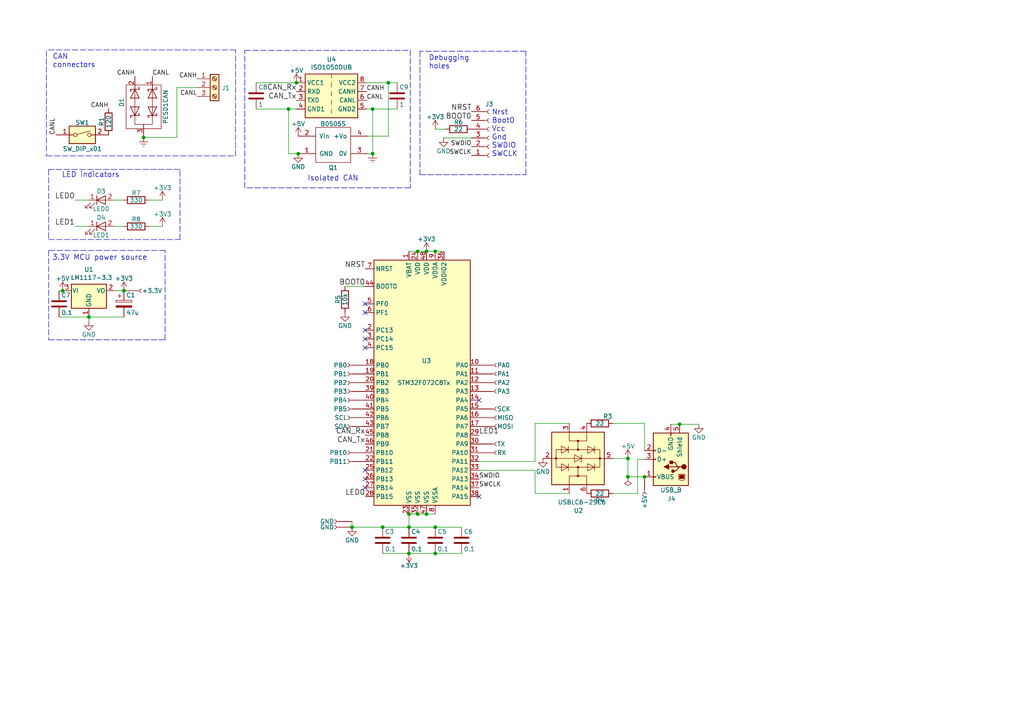
<source format=kicad_sch>
(kicad_sch (version 20211123) (generator eeschema)
  (paper "A4")
  (title_block (title "STM32F0x2 based USB<>CAN converter (isolated)") (company "SAO RAS"))
  (lib_symbols
    (symbol "Connector:Conn_01x01_Female" (pin_numbers hide) (pin_names (offset 1.016) hide)
      (property "Reference" "J" (at 0 2.54 0))
      (property "Value" "Conn_01x01_Female" (at 0 -2.54 0))
      (symbol "Conn_01x01_Female_1_1"
        (polyline (pts (xy -1.27 0) (xy -0.508 0)) (stroke (width 0.1524)))
        (arc (start 0 0.508) (mid -0.508 0) (end 0 -0.508) (stroke (width 0.1524)))
        (pin passive line (at -5.08 0 0) (length 3.81) (name "Pin_1") (number "1"))
      )
    )
    (symbol "Connector:Conn_01x06_Female" (pin_names (offset 1.016) hide)
      (property "Reference" "J" (at 0 7.62 0))
      (property "Value" "Conn_01x06_Female" (at 0 -10.16 0))
      (symbol "Conn_01x06_Female_1_1"
        (arc (start 0 -7.112) (mid -0.508 -7.62) (end 0 -8.128) (stroke (width 0.1524)))
        (arc (start 0 -4.572) (mid -0.508 -5.08) (end 0 -5.588) (stroke (width 0.1524)))
        (arc (start 0 -2.032) (mid -0.508 -2.54) (end 0 -3.048) (stroke (width 0.1524)))
        (polyline (pts (xy -1.27 -7.62) (xy -0.508 -7.62)) (stroke (width 0.1524)))
        (polyline (pts (xy -1.27 -5.08) (xy -0.508 -5.08)) (stroke (width 0.1524)))
        (polyline (pts (xy -1.27 -2.54) (xy -0.508 -2.54)) (stroke (width 0.1524)))
        (polyline (pts (xy -1.27 0) (xy -0.508 0)) (stroke (width 0.1524)))
        (polyline (pts (xy -1.27 2.54) (xy -0.508 2.54)) (stroke (width 0.1524)))
        (polyline (pts (xy -1.27 5.08) (xy -0.508 5.08)) (stroke (width 0.1524)))
        (arc (start 0 0.508) (mid -0.508 0) (end 0 -0.508) (stroke (width 0.1524)))
        (arc (start 0 3.048) (mid -0.508 2.54) (end 0 2.032) (stroke (width 0.1524)))
        (arc (start 0 5.588) (mid -0.508 5.08) (end 0 4.572) (stroke (width 0.1524)))
        (pin passive line (at -5.08 5.08 0) (length 3.81) (name "Pin_1") (number "1"))
        (pin passive line (at -5.08 2.54 0) (length 3.81) (name "Pin_2") (number "2"))
        (pin passive line (at -5.08 0 0) (length 3.81) (name "Pin_3") (number "3"))
        (pin passive line (at -5.08 -2.54 0) (length 3.81) (name "Pin_4") (number "4"))
        (pin passive line (at -5.08 -5.08 0) (length 3.81) (name "Pin_5") (number "5"))
        (pin passive line (at -5.08 -7.62 0) (length 3.81) (name "Pin_6") (number "6"))
      )
    )
    (symbol "Connector:Screw_Terminal_01x03" (pin_names (offset 1.016) hide)
      (property "Reference" "J" (at 0 5.08 0))
      (property "Value" "Screw_Terminal_01x03" (at 0 -5.08 0))
      (symbol "Screw_Terminal_01x03_1_1"
        (rectangle (start -1.27 3.81) (end 1.27 -3.81) (stroke (width 0.254)) (fill (type background)))
        (circle (center 0 -2.54) (radius 0.635) (stroke (width 0.1524)))
        (polyline (pts (xy -0.5334 -2.2098) (xy 0.3302 -3.048)) (stroke (width 0.1524)))
        (polyline (pts (xy -0.5334 0.3302) (xy 0.3302 -0.508)) (stroke (width 0.1524)))
        (polyline (pts (xy -0.5334 2.8702) (xy 0.3302 2.032)) (stroke (width 0.1524)))
        (polyline (pts (xy -0.3556 -2.032) (xy 0.508 -2.8702)) (stroke (width 0.1524)))
        (polyline (pts (xy -0.3556 0.508) (xy 0.508 -0.3302)) (stroke (width 0.1524)))
        (polyline (pts (xy -0.3556 3.048) (xy 0.508 2.2098)) (stroke (width 0.1524)))
        (circle (center 0 0) (radius 0.635) (stroke (width 0.1524)))
        (circle (center 0 2.54) (radius 0.635) (stroke (width 0.1524)))
        (pin passive line (at -5.08 2.54 0) (length 3.81) (name "Pin_1") (number "1"))
        (pin passive line (at -5.08 0 0) (length 3.81) (name "Pin_2") (number "2"))
        (pin passive line (at -5.08 -2.54 0) (length 3.81) (name "Pin_3") (number "3"))
      )
    )
    (symbol "Connector:USB_B" (pin_names (offset 1.016))
      (property "Reference" "J" (at -5.08 11.43 0))
      (property "Value" "USB_B" (at -5.08 8.89 0))
      (symbol "USB_B_0_1"
        (rectangle (start -5.08 -7.62) (end 5.08 7.62) (stroke (width 0.254)) (fill (type background)))
        (circle (center -3.81 2.159) (radius 0.635) (stroke (width 0.254)) (fill (type outline)))
        (rectangle (start -3.81 5.588) (end -2.54 4.572) (fill (type outline)))
        (circle (center -0.635 3.429) (radius 0.381) (stroke (width 0.254)) (fill (type outline)))
        (rectangle (start -0.127 -7.62) (end 0.127 -6.858))
        (polyline (pts (xy -1.905 2.159) (xy 0.635 2.159)) (stroke (width 0.254)))
        (polyline (pts (xy -3.175 2.159) (xy -2.54 2.159) (xy -1.27 3.429) (xy -0.635 3.429)) (stroke (width 0.254)))
        (polyline (pts (xy -2.54 2.159) (xy -1.905 2.159) (xy -1.27 0.889) (xy 0 0.889)) (stroke (width 0.254)))
        (polyline (pts (xy 0.635 2.794) (xy 0.635 1.524) (xy 1.905 2.159) (xy 0.635 2.794)) (stroke (width 0.254)) (fill (type outline)))
        (polyline (pts (xy -4.064 4.318) (xy -2.286 4.318) (xy -2.286 5.715) (xy -2.667 6.096) (xy -3.683 6.096) (xy -4.064 5.715) (xy -4.064 4.318)))
        (rectangle (start 0.254 1.27) (end -0.508 0.508) (stroke (width 0.254)) (fill (type outline)))
        (rectangle (start 5.08 -2.667) (end 4.318 -2.413))
        (rectangle (start 5.08 -0.127) (end 4.318 0.127))
        (rectangle (start 5.08 4.953) (end 4.318 5.207))
      )
      (symbol "USB_B_1_1"
        (pin power_out line (at 7.62 5.08 180) (length 2.54) (name "VBUS") (number "1"))
        (pin bidirectional line (at 7.62 -2.54 180) (length 2.54) (name "D-") (number "2"))
        (pin bidirectional line (at 7.62 0 180) (length 2.54) (name "D+") (number "3"))
        (pin power_out line (at 0 -10.16 90) (length 2.54) (name "GND") (number "4"))
        (pin passive line (at -2.54 -10.16 90) (length 2.54) (name "Shield") (number "5"))
      )
    )
    (symbol "Interface_CAN_LIN:ISO1050DUB"
      (property "Reference" "U" (at -6.35 6.35 0))
      (property "Value" "ISO1050DUB" (at 2.54 6.35 0))
      (symbol "ISO1050DUB_0_1"
        (rectangle (start -7.62 5.08) (end 7.62 -7.62) (stroke (width 0.254)) (fill (type background)))
        (polyline (pts (xy 0 -5.08) (xy 0 -6.35)))
        (polyline (pts (xy 0 -2.54) (xy 0 -3.81)))
        (polyline (pts (xy 0 0) (xy 0 -1.27)))
        (polyline (pts (xy 0 2.54) (xy 0 1.27)))
        (polyline (pts (xy 0 5.08) (xy 0 3.81)))
      )
      (symbol "ISO1050DUB_1_1"
        (pin power_in line (at -10.16 2.54 0) (length 2.54) (name "VCC1") (number "1"))
        (pin output line (at -10.16 0 0) (length 2.54) (name "RXD") (number "2"))
        (pin input line (at -10.16 -2.54 0) (length 2.54) (name "TXD") (number "3"))
        (pin power_in line (at -10.16 -5.08 0) (length 2.54) (name "GND1") (number "4"))
        (pin power_in line (at 10.16 -5.08 180) (length 2.54) (name "GND2") (number "5"))
        (pin bidirectional line (at 10.16 -2.54 180) (length 2.54) (name "CANL") (number "6"))
        (pin bidirectional line (at 10.16 0 180) (length 2.54) (name "CANH") (number "7"))
        (pin power_in line (at 10.16 2.54 180) (length 2.54) (name "VCC2") (number "8"))
      )
    )
    (symbol "MCU_ST_STM32F0:STM32F072C8Tx"
      (property "Reference" "U" (at -15.24 36.83 0))
      (property "Value" "STM32F072C8Tx" (at 7.62 36.83 0))
      (symbol "STM32F072C8Tx_0_1"
        (rectangle (start -15.24 -35.56) (end 12.7 35.56) (stroke (width 0.254)) (fill (type background)))
      )
      (symbol "STM32F072C8Tx_1_1"
        (pin power_in line (at -5.08 38.1 270) (length 2.54) (name "VBAT") (number "1"))
        (pin bidirectional line (at 15.24 5.08 180) (length 2.54) (name "PA0") (number "10"))
        (pin bidirectional line (at 15.24 2.54 180) (length 2.54) (name "PA1") (number "11"))
        (pin bidirectional line (at 15.24 0 180) (length 2.54) (name "PA2") (number "12"))
        (pin bidirectional line (at 15.24 -2.54 180) (length 2.54) (name "PA3") (number "13"))
        (pin bidirectional line (at 15.24 -5.08 180) (length 2.54) (name "PA4") (number "14"))
        (pin bidirectional line (at 15.24 -7.62 180) (length 2.54) (name "PA5") (number "15"))
        (pin bidirectional line (at 15.24 -10.16 180) (length 2.54) (name "PA6") (number "16"))
        (pin bidirectional line (at 15.24 -12.7 180) (length 2.54) (name "PA7") (number "17"))
        (pin bidirectional line (at -17.78 5.08 0) (length 2.54) (name "PB0") (number "18"))
        (pin bidirectional line (at -17.78 2.54 0) (length 2.54) (name "PB1") (number "19"))
        (pin bidirectional line (at -17.78 15.24 0) (length 2.54) (name "PC13") (number "2"))
        (pin bidirectional line (at -17.78 0 0) (length 2.54) (name "PB2") (number "20"))
        (pin bidirectional line (at -17.78 -20.32 0) (length 2.54) (name "PB10") (number "21"))
        (pin bidirectional line (at -17.78 -22.86 0) (length 2.54) (name "PB11") (number "22"))
        (pin power_in line (at -5.08 -38.1 90) (length 2.54) (name "VSS") (number "23"))
        (pin power_in line (at -2.54 38.1 270) (length 2.54) (name "VDD") (number "24"))
        (pin bidirectional line (at -17.78 -25.4 0) (length 2.54) (name "PB12") (number "25"))
        (pin bidirectional line (at -17.78 -27.94 0) (length 2.54) (name "PB13") (number "26"))
        (pin bidirectional line (at -17.78 -30.48 0) (length 2.54) (name "PB14") (number "27"))
        (pin bidirectional line (at -17.78 -33.02 0) (length 2.54) (name "PB15") (number "28"))
        (pin bidirectional line (at 15.24 -15.24 180) (length 2.54) (name "PA8") (number "29"))
        (pin bidirectional line (at -17.78 12.7 0) (length 2.54) (name "PC14") (number "3"))
        (pin bidirectional line (at 15.24 -17.78 180) (length 2.54) (name "PA9") (number "30"))
        (pin bidirectional line (at 15.24 -20.32 180) (length 2.54) (name "PA10") (number "31"))
        (pin bidirectional line (at 15.24 -22.86 180) (length 2.54) (name "PA11") (number "32"))
        (pin bidirectional line (at 15.24 -25.4 180) (length 2.54) (name "PA12") (number "33"))
        (pin bidirectional line (at 15.24 -27.94 180) (length 2.54) (name "PA13") (number "34"))
        (pin power_in line (at -2.54 -38.1 90) (length 2.54) (name "VSS") (number "35"))
        (pin power_in line (at 5.08 38.1 270) (length 2.54) (name "VDDIO2") (number "36"))
        (pin bidirectional line (at 15.24 -30.48 180) (length 2.54) (name "PA14") (number "37"))
        (pin bidirectional line (at 15.24 -33.02 180) (length 2.54) (name "PA15") (number "38"))
        (pin bidirectional line (at -17.78 -2.54 0) (length 2.54) (name "PB3") (number "39"))
        (pin bidirectional line (at -17.78 10.16 0) (length 2.54) (name "PC15") (number "4"))
        (pin bidirectional line (at -17.78 -5.08 0) (length 2.54) (name "PB4") (number "40"))
        (pin bidirectional line (at -17.78 -7.62 0) (length 2.54) (name "PB5") (number "41"))
        (pin bidirectional line (at -17.78 -10.16 0) (length 2.54) (name "PB6") (number "42"))
        (pin bidirectional line (at -17.78 -12.7 0) (length 2.54) (name "PB7") (number "43"))
        (pin input line (at -17.78 27.94 0) (length 2.54) (name "BOOT0") (number "44"))
        (pin bidirectional line (at -17.78 -15.24 0) (length 2.54) (name "PB8") (number "45"))
        (pin bidirectional line (at -17.78 -17.78 0) (length 2.54) (name "PB9") (number "46"))
        (pin power_in line (at 0 -38.1 90) (length 2.54) (name "VSS") (number "47"))
        (pin power_in line (at 0 38.1 270) (length 2.54) (name "VDD") (number "48"))
        (pin input line (at -17.78 22.86 0) (length 2.54) (name "PF0") (number "5"))
        (pin input line (at -17.78 20.32 0) (length 2.54) (name "PF1") (number "6"))
        (pin input line (at -17.78 33.02 0) (length 2.54) (name "NRST") (number "7"))
        (pin power_in line (at 2.54 -38.1 90) (length 2.54) (name "VSSA") (number "8"))
        (pin power_in line (at 2.54 38.1 270) (length 2.54) (name "VDDA") (number "9"))
      )
    )
    (symbol "Power_Protection:USBLC6-2SC6" (pin_names hide)
      (property "Reference" "U" (at 2.54 8.89 0))
      (property "Value" "USBLC6-2SC6" (at 2.54 -8.89 0))
      (symbol "USBLC6-2SC6_0_1"
        (rectangle (start -7.62 -7.62) (end 7.62 7.62) (stroke (width 0.254)) (fill (type background)))
        (circle (center -5.08 0) (radius 0.254) (fill (type outline)))
        (circle (center -2.54 0) (radius 0.254) (fill (type outline)))
        (rectangle (start -2.54 6.35) (end 2.54 -6.35))
        (circle (center 0 -6.35) (radius 0.254) (fill (type outline)))
        (polyline (pts (xy -5.08 -2.54) (xy -7.62 -2.54)))
        (polyline (pts (xy -5.08 0) (xy -5.08 -2.54)))
        (polyline (pts (xy -5.08 2.54) (xy -7.62 2.54)))
        (polyline (pts (xy -1.524 -2.794) (xy -3.556 -2.794)))
        (polyline (pts (xy -1.524 4.826) (xy -3.556 4.826)))
        (polyline (pts (xy 0 -7.62) (xy 0 -6.35)))
        (polyline (pts (xy 0 -6.35) (xy 0 1.27)))
        (polyline (pts (xy 0 1.27) (xy 0 6.35)))
        (polyline (pts (xy 0 6.35) (xy 0 7.62)))
        (polyline (pts (xy 1.524 -2.794) (xy 3.556 -2.794)))
        (polyline (pts (xy 1.524 4.826) (xy 3.556 4.826)))
        (polyline (pts (xy 5.08 -2.54) (xy 7.62 -2.54)))
        (polyline (pts (xy 5.08 0) (xy 5.08 -2.54)))
        (polyline (pts (xy 5.08 2.54) (xy 7.62 2.54)))
        (polyline (pts (xy -2.54 0) (xy -5.08 0) (xy -5.08 2.54)))
        (polyline (pts (xy 2.54 0) (xy 5.08 0) (xy 5.08 2.54)))
        (polyline (pts (xy -3.556 -4.826) (xy -1.524 -4.826) (xy -2.54 -2.794) (xy -3.556 -4.826)))
        (polyline (pts (xy -3.556 2.794) (xy -1.524 2.794) (xy -2.54 4.826) (xy -3.556 2.794)))
        (polyline (pts (xy -1.016 -1.016) (xy 1.016 -1.016) (xy 0 1.016) (xy -1.016 -1.016)))
        (polyline (pts (xy 1.016 1.016) (xy 0.762 1.016) (xy -1.016 1.016) (xy -1.016 0.508)))
        (polyline (pts (xy 3.556 -4.826) (xy 1.524 -4.826) (xy 2.54 -2.794) (xy 3.556 -4.826)))
        (polyline (pts (xy 3.556 2.794) (xy 1.524 2.794) (xy 2.54 4.826) (xy 3.556 2.794)))
        (circle (center 0 6.35) (radius 0.254) (fill (type outline)))
        (circle (center 2.54 0) (radius 0.254) (fill (type outline)))
        (circle (center 5.08 0) (radius 0.254) (fill (type outline)))
      )
      (symbol "USBLC6-2SC6_1_1"
        (pin passive line (at -10.16 -2.54 0) (length 2.54) (name "I/O1") (number "1"))
        (pin passive line (at 0 -10.16 90) (length 2.54) (name "GND") (number "2"))
        (pin passive line (at 10.16 -2.54 180) (length 2.54) (name "I/O2") (number "3"))
        (pin passive line (at 10.16 2.54 180) (length 2.54) (name "I/O2") (number "4"))
        (pin passive line (at 0 10.16 270) (length 2.54) (name "VBUS") (number "5"))
        (pin passive line (at -10.16 2.54 0) (length 2.54) (name "I/O1") (number "6"))
      )
    )
    (symbol "Regulator_Linear:LM1117-3.3" (pin_names (offset 0.254))
      (property "Reference" "U" (at -3.81 3.175 0))
      (property "Value" "LM1117-3.3" (at 0 3.175 0))
      (symbol "LM1117-3.3_0_1"
        (rectangle (start -5.08 -5.08) (end 5.08 1.905) (stroke (width 0.254)) (fill (type background)))
      )
      (symbol "LM1117-3.3_1_1"
        (pin power_in line (at 0 -7.62 90) (length 2.54) (name "GND") (number "1"))
        (pin power_out line (at 7.62 0 180) (length 2.54) (name "VO") (number "2"))
        (pin power_in line (at -7.62 0 0) (length 2.54) (name "VI") (number "3"))
      )
    )
    (symbol "Switch:SW_DIP_x01" (pin_names (offset 0) hide)
      (property "Reference" "SW" (at 0 3.81 0))
      (property "Value" "SW_DIP_x01" (at 0 -3.81 0))
      (symbol "SW_DIP_x01_0_0"
        (circle (center -2.032 0) (radius 0.508))
        (polyline (pts (xy -1.524 0.127) (xy 2.3622 1.1684)))
        (circle (center 2.032 0) (radius 0.508))
      )
      (symbol "SW_DIP_x01_0_1"
        (rectangle (start -3.81 2.54) (end 3.81 -2.54) (stroke (width 0.254)) (fill (type background)))
      )
      (symbol "SW_DIP_x01_1_1"
        (pin passive line (at -7.62 0 0) (length 5.08) (name "~") (number "1"))
        (pin passive line (at 7.62 0 180) (length 5.08) (name "~") (number "2"))
      )
    )
    (symbol "elements:B0505S" (pin_names (offset 1.016))
      (property "Reference" "Q?" (at 0 6.35 0))
      (property "Value" "B0505S" (at 0 -6.35 0))
      (symbol "B0505S_0_1"
        (rectangle (start -5.08 5.08) (end 5.08 -5.08))
      )
      (symbol "B0505S_1_1"
        (pin power_in line (at -10.16 -2.54 0) (length 5.08) (name "GND") (number "1"))
        (pin power_in line (at -10.16 2.54 0) (length 5.08) (name "Vin") (number "2"))
        (pin power_out line (at 10.16 -2.54 180) (length 5.08) (name "0V") (number "3"))
        (pin power_out line (at 10.16 2.54 180) (length 5.08) (name "+Vo") (number "4"))
      )
    )
    (symbol "elements:PESD1CAN" (pin_names (offset 0.762) hide)
      (property "Reference" "D" (at 0 -8.89 0))
      (property "Value" "PESD1CAN" (at 1.27 3.81 0))
      (symbol "PESD1CAN_0_1"
        (rectangle (start -5.08 2.54) (end 7.62 -7.62))
        (polyline (pts (xy -3.556 -5.08) (xy 3.81 -5.08)))
        (polyline (pts (xy -3.556 0) (xy 3.81 0)))
        (polyline (pts (xy -3.81 -3.81) (xy -3.81 -6.35) (xy -3.81 -6.35)) (stroke (width 0.2032)))
        (polyline (pts (xy -3.81 1.27) (xy -3.81 -1.27) (xy -3.81 -1.27)) (stroke (width 0.2032)))
        (polyline (pts (xy 3.81 -3.81) (xy 3.81 -6.35) (xy 3.81 -6.35)) (stroke (width 0.2032)))
        (polyline (pts (xy 3.81 1.27) (xy 3.81 -1.27) (xy 3.81 -1.27)) (stroke (width 0.2032)))
        (polyline (pts (xy -3.81 -3.81) (xy -4.318 -3.81) (xy -4.318 -4.064) (xy -4.318 -4.064)) (stroke (width 0.2032)))
        (polyline (pts (xy -3.81 1.27) (xy -4.318 1.27) (xy -4.318 1.016) (xy -4.318 1.016)) (stroke (width 0.2032)))
        (polyline (pts (xy 3.81 -6.35) (xy 4.318 -6.35) (xy 4.318 -6.096) (xy 4.318 -6.096)) (stroke (width 0.2032)))
        (polyline (pts (xy 3.81 -3.81) (xy 3.302 -3.81) (xy 3.302 -4.064) (xy 3.302 -4.064)) (stroke (width 0.2032)))
        (polyline (pts (xy 3.81 -1.27) (xy 4.318 -1.27) (xy 4.318 -1.016) (xy 4.318 -1.016)) (stroke (width 0.2032)))
        (polyline (pts (xy 3.81 0) (xy 6.35 0) (xy 6.35 -5.08) (xy 3.81 -5.08)))
        (polyline (pts (xy 3.81 1.27) (xy 3.302 1.27) (xy 3.302 1.016) (xy 3.302 1.016)) (stroke (width 0.2032)))
        (polyline (pts (xy -3.302 -6.096) (xy -3.302 -6.35) (xy -3.81 -6.35) (xy -3.81 -6.35) (xy -3.81 -6.35)) (stroke (width 0.2032)))
        (polyline (pts (xy -3.302 -1.016) (xy -3.302 -1.27) (xy -3.81 -1.27) (xy -3.81 -1.27) (xy -3.81 -1.27)) (stroke (width 0.2032)))
        (polyline (pts (xy -1.27 -6.35) (xy -3.81 -5.08) (xy -1.27 -3.81) (xy -1.27 -6.35) (xy -1.27 -6.35) (xy -1.27 -6.35)) (stroke (width 0.2032)))
        (polyline (pts (xy -1.27 -1.27) (xy -3.81 0) (xy -1.27 1.27) (xy -1.27 -1.27) (xy -1.27 -1.27) (xy -1.27 -1.27)) (stroke (width 0.2032)))
        (polyline (pts (xy 1.27 -3.81) (xy 3.81 -5.08) (xy 1.27 -6.35) (xy 1.27 -3.81) (xy 1.27 -3.81) (xy 1.27 -3.81)) (stroke (width 0.2032)))
        (polyline (pts (xy 1.27 1.27) (xy 3.81 0) (xy 1.27 -1.27) (xy 1.27 1.27) (xy 1.27 1.27) (xy 1.27 1.27)) (stroke (width 0.2032)))
        (pin passive line (at -7.62 0 0) (length 3.81) (name "K") (number "1"))
        (pin passive line (at -7.62 -5.08 0) (length 3.81) (name "K") (number "2"))
        (pin passive line (at 10.16 -2.54 180) (length 3.81) (name "O") (number "3"))
      )
    )
    (symbol "power:Earth" (power) (pin_names (offset 0))
      (symbol "Earth_0_1"
        (polyline (pts (xy -0.635 -1.905) (xy 0.635 -1.905)))
        (polyline (pts (xy -0.127 -2.54) (xy 0.127 -2.54)))
        (polyline (pts (xy 0 -1.27) (xy 0 0)))
        (polyline (pts (xy 1.27 -1.27) (xy -1.27 -1.27)))
      )
      (symbol "Earth_1_1"
        (pin power_in line (at 0 0 270) (length 0) hide (name "Earth") (number "1"))
      )
    )
    (symbol "stm32-rescue:+3.3V" (power) (pin_names (offset 0))
      (property "Value" "+3.3V" (at 0 3.556 0))
      (symbol "+3.3V_0_1"
        (polyline (pts (xy -0.762 1.27) (xy 0 2.54)))
        (polyline (pts (xy 0 0) (xy 0 2.54)))
        (polyline (pts (xy 0 2.54) (xy 0.762 1.27)))
      )
      (symbol "+3.3V_1_1"
        (pin power_in line (at 0 0 90) (length 0) hide (name "+3V3") (number "1"))
      )
    )
    (symbol "stm32-rescue:+5V" (power) (pin_names (offset 0))
      (property "Value" "+5V" (at 0 3.556 0))
      (symbol "+5V_0_1"
        (polyline (pts (xy -0.762 1.27) (xy 0 2.54)))
        (polyline (pts (xy 0 0) (xy 0 2.54)))
        (polyline (pts (xy 0 2.54) (xy 0.762 1.27)))
      )
      (symbol "+5V_1_1"
        (pin power_in line (at 0 0 90) (length 0) hide (name "+5V") (number "1"))
      )
    )
    (symbol "stm32-rescue:C" (pin_numbers hide) (pin_names (offset 0.254))
      (property "Reference" "C" (at 0.635 2.54 0))
      (property "Value" "C" (at 0.635 -2.54 0))
      (symbol "C_0_1"
        (polyline (pts (xy -2.032 -0.762) (xy 2.032 -0.762)) (stroke (width 0.508)))
        (polyline (pts (xy -2.032 0.762) (xy 2.032 0.762)) (stroke (width 0.508)))
      )
      (symbol "C_1_1"
        (pin passive line (at 0 3.81 270) (length 2.794) (name "~") (number "1"))
        (pin passive line (at 0 -3.81 90) (length 2.794) (name "~") (number "2"))
      )
    )
    (symbol "stm32-rescue:CONN_01X01" (pin_names (offset 1.016) hide)
      (property "Reference" "J" (at 0 2.54 0))
      (property "Value" "CONN_01X01" (at 2.54 0 90))
      (symbol "CONN_01X01_0_1"
        (rectangle (start -1.27 0.127) (end 0.254 -0.127))
        (rectangle (start -1.27 1.27) (end 1.27 -1.27))
      )
      (symbol "CONN_01X01_1_1"
        (pin passive line (at -5.08 0 0) (length 3.81) (name "P1") (number "1"))
      )
    )
    (symbol "stm32-rescue:CP" (pin_numbers hide) (pin_names (offset 0.254))
      (property "Reference" "C" (at 0.635 2.54 0))
      (property "Value" "CP" (at 0.635 -2.54 0))
      (symbol "CP_0_1"
        (rectangle (start -2.286 0.508) (end -2.286 1.016))
        (rectangle (start -2.286 0.508) (end 2.286 0.508))
        (polyline (pts (xy -1.778 2.286) (xy -0.762 2.286)))
        (polyline (pts (xy -1.27 2.794) (xy -1.27 1.778)))
        (rectangle (start 2.286 -0.508) (end -2.286 -1.016) (fill (type outline)))
        (rectangle (start 2.286 1.016) (end -2.286 1.016))
        (rectangle (start 2.286 1.016) (end 2.286 0.508))
      )
      (symbol "CP_1_1"
        (pin passive line (at 0 3.81 270) (length 2.794) (name "~") (number "1"))
        (pin passive line (at 0 -3.81 90) (length 2.794) (name "~") (number "2"))
      )
    )
    (symbol "stm32-rescue:GND" (power) (pin_names (offset 0))
      (property "Value" "GND" (at 0 -3.81 0))
      (symbol "GND_0_1"
        (polyline (pts (xy 0 0) (xy 0 -1.27) (xy 1.27 -1.27) (xy 0 -2.54) (xy -1.27 -1.27) (xy 0 -1.27)))
      )
      (symbol "GND_1_1"
        (pin power_in line (at 0 0 270) (length 0) hide (name "GND") (number "1"))
      )
    )
    (symbol "stm32-rescue:LED-RESCUE-stm32" (pin_names (offset 1.016) hide)
      (property "Reference" "D" (at 0 2.54 0))
      (property "Value" "LED-RESCUE-stm32" (at 0 -2.54 0))
      (symbol "LED-RESCUE-stm32_0_1"
        (polyline (pts (xy -1.27 -1.27) (xy -1.27 1.27)) (stroke (width 0.2032)))
        (polyline (pts (xy -1.27 0) (xy 1.27 0)))
        (polyline (pts (xy 1.27 -1.27) (xy 1.27 1.27) (xy -1.27 0) (xy 1.27 -1.27)) (stroke (width 0.2032)))
        (polyline (pts (xy -3.048 -0.762) (xy -4.572 -2.286) (xy -3.81 -2.286) (xy -4.572 -2.286) (xy -4.572 -1.524)))
        (polyline (pts (xy -1.778 -0.762) (xy -3.302 -2.286) (xy -2.54 -2.286) (xy -3.302 -2.286) (xy -3.302 -1.524)))
      )
      (symbol "LED-RESCUE-stm32_1_1"
        (pin passive line (at -3.81 0 0) (length 2.54) (name "K") (number "1"))
        (pin passive line (at 3.81 0 180) (length 2.54) (name "A") (number "2"))
      )
    )
    (symbol "stm32-rescue:PWR_FLAG" (power) (pin_numbers hide) (pin_names (offset 0) hide)
      (property "Value" "PWR_FLAG" (at 0 3.81 0))
      (symbol "PWR_FLAG_0_0"
        (pin power_out line (at 0 0 90) (length 0) (name "pwr") (number "1"))
      )
      (symbol "PWR_FLAG_0_1"
        (polyline (pts (xy 0 0) (xy 0 1.27) (xy -1.016 1.905) (xy 0 2.54) (xy 1.016 1.905) (xy 0 1.27)))
      )
    )
    (symbol "stm32-rescue:R" (pin_numbers hide) (pin_names (offset 0))
      (property "Reference" "R" (at 2.032 0 90))
      (property "Value" "R" (at 0 0 90))
      (symbol "R_0_1"
        (rectangle (start -1.016 -2.54) (end 1.016 2.54) (stroke (width 0.254)))
      )
      (symbol "R_1_1"
        (pin passive line (at 0 3.81 270) (length 1.27) (name "~") (number "1"))
        (pin passive line (at 0 -3.81 90) (length 1.27) (name "~") (number "2"))
      )
    )
  )
  (junction (at 85.979 24.003))
  (junction (at 83.693 31.623))
  (junction (at 126.238 72.898))
  (junction (at 126.238 160.528))
  (junction (at 118.618 160.528))
  (junction (at 182.118 132.969))
  (junction (at 121.158 149.098))
  (junction (at 121.158 72.898))
  (junction (at 186.944 138.303))
  (junction (at 35.941 84.328))
  (junction (at 41.656 39.878))
  (junction (at 108.077 31.623))
  (junction (at 126.238 152.908))
  (junction (at 108.077 44.577))
  (junction (at 123.698 72.898))
  (junction (at 118.618 152.908))
  (junction (at 112.649 24.003))
  (junction (at 18.161 84.328))
  (junction (at 182.118 138.303))
  (junction (at 118.618 149.098))
  (junction (at 102.108 152.908))
  (junction (at 86.487 44.577))
  (junction (at 110.998 152.908))
  (junction (at 123.698 149.098))
  (junction (at 25.781 91.948))
  (junction (at 197.104 123.063))
  (no_connect (at 105.918 138.938))
  (no_connect (at 105.918 136.398))
  (no_connect (at 105.918 98.298))
  (no_connect (at 138.938 144.018))
  (no_connect (at 105.918 100.838))
  (no_connect (at 323.85 199.898))
  (no_connect (at 323.85 180.848))
  (no_connect (at 105.918 95.758))
  (no_connect (at 105.918 88.138))
  (no_connect (at 105.918 141.478))
  (no_connect (at 323.85 187.198))
  (no_connect (at 138.938 116.078))
  (no_connect (at 105.918 90.678))
  (no_connect (at 323.85 193.548))
  (wire (pts (xy 21.717 58.039) (xy 25.527 58.039)))
  (wire (pts (xy 110.998 152.908) (xy 118.618 152.908)))
  (wire (pts (xy 177.8 122.809) (xy 186.944 122.809)))
  (wire (pts (xy 155.194 122.809) (xy 155.194 133.858)))
  (wire (pts (xy 121.158 72.898) (xy 123.698 72.898)))
  (wire (pts (xy 108.077 44.577) (xy 106.807 44.577)))
  (wire (pts (xy 128.651 40.005) (xy 136.779 40.005)))
  (wire (pts (xy 112.649 24.003) (xy 115.189 24.003)))
  (wire (pts (xy 126.238 37.465) (xy 129.159 37.465)))
  (wire (pts (xy 17.145 91.948) (xy 25.781 91.948)))
  (wire (pts (xy 197.104 123.063) (xy 202.692 123.063)))
  (wire (pts (xy 106.299 31.623) (xy 108.077 31.623)))
  (polyline (pts (xy 47.879 98.552) (xy 47.879 72.644)))
  (polyline (pts (xy 13.462 14.732) (xy 13.462 45.212)))
  (polyline (pts (xy 152.527 50.673) (xy 152.527 14.859)))
  (polyline (pts (xy 70.993 14.605) (xy 118.999 14.605)))
  (wire (pts (xy 51.308 25.4) (xy 51.308 39.878)))
  (wire (pts (xy 74.295 31.623) (xy 83.693 31.623)))
  (wire (pts (xy 123.698 72.898) (xy 126.238 72.898)))
  (wire (pts (xy 43.307 65.659) (xy 47.117 65.659)))
  (wire (pts (xy 25.781 91.948) (xy 35.941 91.948)))
  (wire (pts (xy 33.147 65.659) (xy 35.687 65.659)))
  (wire (pts (xy 83.693 31.623) (xy 85.979 31.623)))
  (wire (pts (xy 115.189 31.623) (xy 108.077 31.623)))
  (polyline (pts (xy 152.527 14.859) (xy 121.793 14.859)))
  (wire (pts (xy 118.618 149.098) (xy 121.158 149.098)))
  (wire (pts (xy 121.158 149.098) (xy 123.698 149.098)))
  (wire (pts (xy 123.698 149.098) (xy 126.238 149.098)))
  (wire (pts (xy 106.299 24.003) (xy 112.649 24.003)))
  (wire (pts (xy 126.238 152.908) (xy 133.858 152.908)))
  (wire (pts (xy 194.564 123.063) (xy 197.104 123.063)))
  (wire (pts (xy 177.8 143.129) (xy 184.912 143.129)))
  (wire (pts (xy 155.194 143.129) (xy 165.1 143.129)))
  (polyline (pts (xy 14.097 69.469) (xy 52.197 69.469)))
  (polyline (pts (xy 68.326 14.478) (xy 13.462 14.478)))
  (wire (pts (xy 184.912 133.223) (xy 184.912 143.129)))
  (wire (pts (xy 25.781 93.218) (xy 25.781 91.948)))
  (polyline (pts (xy 14.097 72.644) (xy 14.097 98.552)))
  (wire (pts (xy 43.307 58.039) (xy 47.117 58.039)))
  (wire (pts (xy 106.807 39.497) (xy 112.649 39.497)))
  (polyline (pts (xy 118.999 14.605) (xy 118.999 54.483)))
  (wire (pts (xy 110.998 160.528) (xy 118.618 160.528)))
  (polyline (pts (xy 52.197 69.469) (xy 52.197 49.149)))
  (polyline (pts (xy 13.462 45.212) (xy 68.326 45.212)))
  (wire (pts (xy 118.618 72.898) (xy 121.158 72.898)))
  (wire (pts (xy 21.717 65.659) (xy 25.527 65.659)))
  (wire (pts (xy 18.161 84.328) (xy 17.145 84.328)))
  (polyline (pts (xy 14.097 49.149) (xy 14.097 69.469)))
  (polyline (pts (xy 121.793 14.859) (xy 121.793 50.673)))
  (wire (pts (xy 57.15 25.4) (xy 51.308 25.4)))
  (wire (pts (xy 155.194 136.398) (xy 155.194 143.129)))
  (wire (pts (xy 112.649 39.497) (xy 112.649 24.003)))
  (wire (pts (xy 102.108 151.257) (xy 102.108 152.908)))
  (wire (pts (xy 41.656 39.878) (xy 51.308 39.878)))
  (wire (pts (xy 108.077 31.623) (xy 108.077 44.577)))
  (wire (pts (xy 83.693 44.577) (xy 83.693 31.623)))
  (wire (pts (xy 165.1 122.809) (xy 155.194 122.809)))
  (wire (pts (xy 100.076 83.058) (xy 105.918 83.058)))
  (wire (pts (xy 186.944 138.303) (xy 182.118 138.303)))
  (wire (pts (xy 118.618 152.908) (xy 118.618 149.098)))
  (wire (pts (xy 33.147 58.039) (xy 35.687 58.039)))
  (wire (pts (xy 33.401 84.328) (xy 35.941 84.328)))
  (polyline (pts (xy 121.793 50.673) (xy 152.527 50.673)))
  (polyline (pts (xy 68.326 45.212) (xy 68.326 14.478)))
  (wire (pts (xy 86.487 44.577) (xy 83.693 44.577)))
  (polyline (pts (xy 70.993 54.483) (xy 70.993 14.605)))
  (wire (pts (xy 184.912 133.223) (xy 186.944 133.223)))
  (wire (pts (xy 182.118 132.969) (xy 177.8 132.969)))
  (wire (pts (xy 138.938 133.858) (xy 155.194 133.858)))
  (wire (pts (xy 118.618 160.528) (xy 126.238 160.528)))
  (wire (pts (xy 102.108 152.908) (xy 110.998 152.908)))
  (wire (pts (xy 138.938 136.398) (xy 155.194 136.398)))
  (wire (pts (xy 118.618 152.908) (xy 126.238 152.908)))
  (wire (pts (xy 74.295 24.003) (xy 85.979 24.003)))
  (wire (pts (xy 126.238 72.898) (xy 128.778 72.898)))
  (wire (pts (xy 133.858 160.528) (xy 126.238 160.528)))
  (polyline (pts (xy 14.097 98.552) (xy 47.879 98.552)))
  (polyline (pts (xy 118.999 54.483) (xy 70.993 54.483)))
  (wire (pts (xy 186.944 122.809) (xy 186.944 130.683)))
  (polyline (pts (xy 52.197 49.149) (xy 14.097 49.149)))
  (polyline (pts (xy 47.879 72.644) (xy 14.097 72.644)))
  (wire (pts (xy 182.118 132.969) (xy 182.118 138.303)))
  (text "LED indicators" (at 17.907 51.689 0) (effects (font (size 1.524 1.524)) (justify left bottom)))
  (text "Isolated CAN" (at 104.013 52.705 180) (effects (font (size 1.524 1.524)) (justify right bottom)))
  (text "Debugging\nholes" (at 124.333 20.193 0) (effects (font (size 1.4986 1.4986)) (justify left bottom)))
  (text "3.3V MCU power source" (at 15.113 75.692 0) (effects (font (size 1.524 1.524)) (justify left bottom)))
  (text "Nrst\nBoot0\nVcc\nGnd\nSWDIO\nSWCLK" (at 142.621 45.593 0) (effects (font (size 1.4986 1.4986)) (justify left bottom)))
  (text "CAN\nconnectors" (at 15.24 19.812 0) (effects (font (size 1.4986 1.4986)) (justify left bottom)))
  (label "CANH" (at 106.299 26.543 0))
  (label "CAN_Tx" (at 105.918 128.778 180) (effects (font (size 1.524 1.524))))
  (label "CANL" (at 16.256 39.116 90))
  (label "CANH" (at 57.15 22.86 180))
  (label "CANL" (at 57.15 27.94 180))
  (label "NRST" (at 136.779 32.385 180) (effects (font (size 1.524 1.524))))
  (label "LED0" (at 105.918 144.018 180) (effects (font (size 1.524 1.524))))
  (label "LED1" (at 21.717 65.659 180) (effects (font (size 1.524 1.524))))
  (label "CANL" (at 106.299 29.083 0))
  (label "SWDIO" (at 138.938 138.938 0))
  (label "CAN_Rx" (at 105.918 126.238 180) (effects (font (size 1.524 1.524))))
  (label "CAN_Tx" (at 85.979 29.083 180) (effects (font (size 1.524 1.524))))
  (label "CANL" (at 44.196 22.098 0))
  (label "SWDIO" (at 136.779 42.545 180))
  (label "CANH" (at 39.116 22.098 180))
  (label "LED1" (at 138.938 126.238 0) (effects (font (size 1.524 1.524))))
  (label "BOOT0" (at 136.779 34.925 180) (effects (font (size 1.524 1.524))))
  (label "SWCLK" (at 136.779 45.085 180))
  (label "BOOT0" (at 105.918 83.058 180) (effects (font (size 1.524 1.524))))
  (label "CANH" (at 31.496 31.496 180))
  (label "SWCLK" (at 138.938 141.478 0))
  (label "CAN_Rx" (at 85.979 26.543 180) (effects (font (size 1.524 1.524))))
  (label "NRST" (at 105.918 77.978 180) (effects (font (size 1.524 1.524))))
  (label "LED0" (at 21.717 58.039 180) (effects (font (size 1.524 1.524))))
  (symbol (lib_id "stm32-rescue:C") (at 110.998 156.718 0) (unit 1)
    (property "Reference" "C3" (at 111.633 154.178 0) (effects (justify left)))
    (property "Value" "0.1" (at 111.633 159.258 0) (effects (justify left)))
    (property "Footprint" "Capacitor_SMD:C_0603_1608Metric_Pad1.05x0.95mm_HandSolder" (effects hide))
  )
  (symbol (lib_id "stm32-rescue:+5V") (at 18.161 84.328 0) (unit 1)
    (property "Reference" "#PWR01" (effects hide))
    (property "Value" "+5V" (at 18.161 80.772 0))
  )
  (symbol (lib_id "stm32-rescue:GND") (at 25.781 93.218 0) (unit 1)
    (property "Reference" "#PWR02" (effects hide))
    (property "Value" "GND" (at 25.781 97.028 0))
  )
  (symbol (lib_id "stm32-rescue:CP") (at 35.941 88.138 0) (unit 1)
    (property "Reference" "C1" (at 36.576 85.598 0) (effects (justify left)))
    (property "Value" "47u" (at 36.576 90.678 0) (effects (justify left)))
    (property "Footprint" "Capacitor_Tantalum_SMD:CP_EIA-3216-18_Kemet-A_Pad1.58x1.35mm_HandSolder" (effects hide))
  )
  (symbol (lib_id "stm32-rescue:+3.3V") (at 35.941 84.328 0) (unit 1)
    (property "Reference" "#PWR04" (effects hide))
    (property "Value" "+3.3V" (at 35.941 80.772 0))
  )
  (symbol (lib_id "elements:PESD1CAN") (at 44.196 29.718 270) (unit 1)
    (property "Reference" "D1" (at 35.306 29.718 0))
    (property "Value" "PESD1CAN" (at 48.006 30.988 0))
    (property "Footprint" "TO_SOT_Packages_SMD:SOT-23" (effects hide))
  )
  (symbol (lib_id "stm32-rescue:R") (at 31.496 35.306 180) (unit 1)
    (property "Reference" "R1" (at 29.464 35.306 90))
    (property "Value" "120" (at 31.496 35.306 90))
    (property "Footprint" "Resistor_SMD:R_1210_3225Metric_Pad1.42x2.65mm_HandSolder" (effects hide))
  )
  (symbol (lib_id "stm32-rescue:LED-RESCUE-stm32") (at 29.337 58.039 0) (unit 1)
    (property "Reference" "D3" (at 29.337 55.499 0))
    (property "Value" "LED0" (at 29.337 60.579 0))
    (property "Footprint" "LED_SMD:LED_0805_2012Metric_Pad1.15x1.40mm_HandSolder" (effects hide))
  )
  (symbol (lib_id "stm32-rescue:R") (at 39.497 58.039 90) (unit 1)
    (property "Reference" "R7" (at 39.497 56.007 90))
    (property "Value" "330" (at 39.497 58.039 90))
    (property "Footprint" "Resistor_SMD:R_0603_1608Metric_Pad1.05x0.95mm_HandSolder" (effects hide))
  )
  (symbol (lib_id "stm32-rescue:+3.3V") (at 47.117 58.039 0) (unit 1)
    (property "Reference" "#PWR019" (effects hide))
    (property "Value" "+3.3V" (at 47.117 54.483 0))
  )
  (symbol (lib_id "stm32-rescue:C") (at 118.618 156.718 0) (unit 1)
    (property "Reference" "C4" (at 119.253 154.178 0) (effects (justify left)))
    (property "Value" "0.1" (at 119.253 159.258 0) (effects (justify left)))
    (property "Footprint" "Capacitor_SMD:C_0603_1608Metric_Pad1.05x0.95mm_HandSolder" (effects hide))
  )
  (symbol (lib_id "stm32-rescue:C") (at 126.238 156.718 0) (unit 1)
    (property "Reference" "C5" (at 126.873 154.178 0) (effects (justify left)))
    (property "Value" "0.1" (at 126.873 159.258 0) (effects (justify left)))
    (property "Footprint" "Capacitor_SMD:C_0603_1608Metric_Pad1.05x0.95mm_HandSolder" (effects hide))
  )
  (symbol (lib_id "stm32-rescue:LED-RESCUE-stm32") (at 29.337 65.659 0) (unit 1)
    (property "Reference" "D4" (at 29.337 63.119 0))
    (property "Value" "LED1" (at 29.337 68.199 0))
    (property "Footprint" "LED_SMD:LED_0805_2012Metric_Pad1.15x1.40mm_HandSolder" (effects hide))
  )
  (symbol (lib_id "stm32-rescue:R") (at 39.497 65.659 90) (unit 1)
    (property "Reference" "R8" (at 39.497 63.627 90))
    (property "Value" "330" (at 39.497 65.659 90))
    (property "Footprint" "Resistor_SMD:R_0603_1608Metric_Pad1.05x0.95mm_HandSolder" (effects hide))
  )
  (symbol (lib_id "stm32-rescue:+3.3V") (at 47.117 65.659 0) (unit 1)
    (property "Reference" "#PWR020" (effects hide))
    (property "Value" "+3.3V" (at 47.117 62.103 0))
  )
  (symbol (lib_id "stm32-rescue:+3.3V") (at 118.618 160.528 180) (unit 1)
    (property "Reference" "#PWR09" (effects hide))
    (property "Value" "+3.3V" (at 118.618 164.084 0))
  )
  (symbol (lib_id "stm32-rescue:GND") (at 102.108 152.908 0) (unit 1)
    (property "Reference" "#PWR08" (effects hide))
    (property "Value" "GND" (at 102.108 156.718 0))
  )
  (symbol (lib_id "stm32-rescue:GND") (at 157.48 132.969 0) (unit 1)
    (property "Reference" "#PWR014" (effects hide))
    (property "Value" "GND" (at 157.48 136.779 0))
  )
  (symbol (lib_id "stm32-rescue:C") (at 133.858 156.718 0) (unit 1)
    (property "Reference" "C6" (at 134.493 154.178 0) (effects (justify left)))
    (property "Value" "0.1" (at 134.493 159.258 0) (effects (justify left)))
    (property "Footprint" "Capacitor_SMD:C_0603_1608Metric_Pad1.05x0.95mm_HandSolder" (effects hide))
  )
  (symbol (lib_id "stm32-rescue:PWR_FLAG") (at 182.118 138.303 180) (unit 1)
    (property "Reference" "#FLG01" (effects hide))
    (property "Value" "PWR_FLAG" (effects hide))
  )
  (symbol (lib_id "stm32-rescue:R") (at 100.076 86.868 180) (unit 1)
    (property "Reference" "R5" (at 98.044 86.868 90))
    (property "Value" "10k" (at 100.076 86.868 90))
    (property "Footprint" "Resistor_SMD:R_0603_1608Metric_Pad1.05x0.95mm_HandSolder" (effects hide))
  )
  (symbol (lib_id "stm32-rescue:CONN_01X01") (at 328.93 180.848 0) (unit 1)
    (property "Reference" "P1" (at 328.93 178.308 0))
    (property "Value" "Hole" (at 331.47 180.848 90))
    (property "Footprint" "my_footprints:Hole_3mm" (effects hide))
  )
  (symbol (lib_id "stm32-rescue:CONN_01X01") (at 328.93 187.198 0) (unit 1)
    (property "Reference" "P2" (at 328.93 184.658 0))
    (property "Value" "Hole" (at 331.47 187.198 90))
    (property "Footprint" "my_footprints:Hole_3mm" (effects hide))
  )
  (symbol (lib_id "stm32-rescue:CONN_01X01") (at 328.93 193.548 0) (unit 1)
    (property "Reference" "P3" (at 328.93 191.008 0))
    (property "Value" "Hole" (at 331.47 193.548 90))
    (property "Footprint" "my_footprints:Hole_3mm" (effects hide))
  )
  (symbol (lib_id "stm32-rescue:CONN_01X01") (at 328.93 199.898 0) (unit 1)
    (property "Reference" "P4" (at 328.93 197.358 0))
    (property "Value" "Hole" (at 331.47 199.898 90))
    (property "Footprint" "my_footprints:Hole_3mm" (effects hide))
  )
  (symbol (lib_id "stm32-rescue:R") (at 173.99 122.809 270) (unit 1)
    (property "Reference" "R3" (at 176.276 120.777 90))
    (property "Value" "22" (at 173.99 122.809 90))
    (property "Footprint" "Resistor_SMD:R_0603_1608Metric_Pad1.05x0.95mm_HandSolder" (effects hide))
  )
  (symbol (lib_id "stm32-rescue:R") (at 173.99 143.129 270) (unit 1)
    (property "Reference" "R4" (at 173.99 145.161 90))
    (property "Value" "22" (at 173.99 143.129 90))
    (property "Footprint" "Resistor_SMD:R_0603_1608Metric_Pad1.05x0.95mm_HandSolder" (effects hide))
  )
  (symbol (lib_id "Interface_CAN_LIN:ISO1050DUB") (at 96.139 26.543 0) (unit 1)
    (property "Reference" "U4" (at 96.139 17.2212 0))
    (property "Value" "ISO1050DUB" (at 96.139 19.5326 0))
    (property "Footprint" "Package_SO:SOP-8_6.62x9.15mm_P2.54mm" (effects hide))
    (property "Datasheet" "http://www.ti.com/lit/ds/symlink/iso1050.pdf" (effects hide))
  )
  (symbol (lib_id "elements:B0505S") (at 96.647 42.037 0) (unit 1)
    (property "Reference" "Q1" (at 96.647 48.641 0))
    (property "Value" "B0505S" (at 96.647 35.941 0))
    (property "Footprint" "my_footprints:B0x0xS" (effects hide))
  )
  (symbol (lib_id "Connector:USB_B") (at 194.564 133.223 180) (unit 1)
    (property "Reference" "J4" (at 193.548 144.653 0) (effects (justify right)))
    (property "Value" "USB_B" (at 191.516 142.113 0) (effects (justify right)))
    (property "Footprint" "Connector_USB:USB_B_Lumberg_2411_02_Horizontal" (effects hide))
    (property "Datasheet" " ~" (effects hide))
  )
  (symbol (lib_id "stm32-rescue:GND") (at 202.692 123.063 0) (unit 1)
    (property "Reference" "#PWR018" (effects hide))
    (property "Value" "GND" (at 202.692 126.873 0))
  )
  (symbol (lib_id "MCU_ST_STM32F0:STM32F072C8Tx") (at 123.698 110.998 0) (unit 1)
    (property "Reference" "U3" (at 123.698 104.648 0))
    (property "Value" "STM32F072C8Tx" (at 122.936 110.998 0))
    (property "Footprint" "Package_QFP:LQFP-48_7x7mm_P0.5mm" (effects hide))
    (property "Datasheet" "http://www.st.com/st-web-ui/static/active/en/resource/technical/document/datasheet/DM00090510.pdf" (effects hide))
  )
  (symbol (lib_id "stm32-rescue:+3.3V") (at 123.698 72.898 0) (unit 1)
    (property "Reference" "#PWR010" (effects hide))
    (property "Value" "+3.3V" (at 123.698 69.342 0))
  )
  (symbol (lib_id "Connector:Screw_Terminal_01x03") (at 62.23 25.4 0) (unit 1)
    (property "Reference" "J1" (at 64.262 25.5016 0) (effects (justify left)))
    (property "Value" "Screw_Terminal_01x03" (effects hide))
    (property "Footprint" "TerminalBlock_Phoenix:TerminalBlock_Phoenix_MKDS-1,5-3_1x03_P5.00mm_Horizontal" (effects hide))
  )
  (symbol (lib_id "Connector:Conn_01x06_Female") (at 141.859 40.005 0) (mirror x) (unit 1)
    (property "Reference" "J3" (at 140.716 30.226 0) (effects (justify left)))
    (property "Value" "SWDetc" (effects hide))
    (property "Footprint" "Connector_PinHeader_1.27mm:PinHeader_1x06_P1.27mm_Vertical" (effects hide))
  )
  (symbol (lib_id "stm32-rescue:GND") (at 128.651 40.005 0) (unit 1)
    (property "Reference" "#PWR015" (effects hide))
    (property "Value" "GND" (at 128.651 43.815 0))
  )
  (symbol (lib_id "stm32-rescue:R") (at 132.969 37.465 90) (unit 1)
    (property "Reference" "R6" (at 132.969 35.433 90))
    (property "Value" "22" (at 132.969 37.465 90))
    (property "Footprint" "Resistor_SMD:R_0603_1608Metric_Pad1.05x0.95mm_HandSolder" (effects hide))
  )
  (symbol (lib_id "stm32-rescue:+3.3V") (at 126.238 37.465 0) (unit 1)
    (property "Reference" "#PWR016" (effects hide))
    (property "Value" "+3.3V" (at 126.238 33.909 0))
  )
  (symbol (lib_id "Switch:SW_DIP_x01") (at 23.876 39.116 0) (unit 1)
    (property "Reference" "SW1" (at 23.876 35.56 0))
    (property "Value" "SW_DIP_x01" (at 23.876 43.18 0))
    (property "Footprint" "Button_Switch_THT:SW_DIP_SPSTx01_Slide_6.7x4.1mm_W7.62mm_P2.54mm_LowProfile" (effects hide))
  )
  (symbol (lib_id "stm32-rescue:+5V") (at 86.487 39.497 0) (unit 1)
    (property "Reference" "#PWR012" (effects hide))
    (property "Value" "+5V" (at 86.487 35.941 0))
  )
  (symbol (lib_id "stm32-rescue:+5V") (at 85.979 24.003 0) (unit 1)
    (property "Reference" "#PWR011" (effects hide))
    (property "Value" "+5V" (at 85.979 20.447 0))
  )
  (symbol (lib_id "Regulator_Linear:LM1117-3.3") (at 25.781 84.328 0) (unit 1)
    (property "Reference" "U1" (at 25.781 78.1812 0))
    (property "Value" "LM1117-3.3" (at 26.543 80.518 0))
    (property "Footprint" "TO_SOT_Packages_SMD:SOT-223-3_TabPin2" (effects hide))
    (property "Datasheet" "http://www.ti.com/lit/ds/symlink/lm1117.pdf" (effects hide))
  )
  (symbol (lib_id "stm32-rescue:C") (at 17.145 88.138 0) (unit 1)
    (property "Reference" "C7" (at 17.78 85.598 0) (effects (justify left)))
    (property "Value" "0.1" (at 17.78 90.678 0) (effects (justify left)))
    (property "Footprint" "Capacitor_SMD:C_0603_1608Metric_Pad1.05x0.95mm_HandSolder" (effects hide))
  )
  (symbol (lib_id "stm32-rescue:C") (at 115.189 27.813 0) (unit 1)
    (property "Reference" "C9" (at 115.824 25.273 0) (effects (justify left)))
    (property "Value" "1" (at 115.824 30.353 0) (effects (justify left)))
    (property "Footprint" "Capacitor_SMD:C_0805_2012Metric_Pad1.15x1.40mm_HandSolder" (effects hide))
  )
  (symbol (lib_id "stm32-rescue:C") (at 74.295 27.813 0) (unit 1)
    (property "Reference" "C8" (at 74.93 25.273 0) (effects (justify left)))
    (property "Value" "1" (at 74.93 30.353 0) (effects (justify left)))
    (property "Footprint" "Capacitor_SMD:C_0805_2012Metric_Pad1.15x1.40mm_HandSolder" (effects hide))
  )
  (symbol (lib_id "power:Earth") (at 41.656 39.878 0) (unit 1)
    (property "Reference" "#PWR0107" (effects hide))
    (property "Value" "Earth" (effects hide))
  )
  (symbol (lib_id "power:Earth") (at 108.077 44.577 0) (unit 1)
    (property "Reference" "#PWR0104" (effects hide))
    (property "Value" "Earth" (effects hide))
  )
  (symbol (lib_id "stm32-rescue:GND") (at 86.487 44.577 0) (unit 1)
    (property "Reference" "#PWR0106" (effects hide))
    (property "Value" "GND" (at 86.487 48.387 0))
  )
  (symbol (lib_id "Connector:Conn_01x01_Female") (at 100.838 113.538 180) (unit 1)
    (property "Reference" "J16" (effects hide))
    (property "Value" "PB3" (at 100.711 113.538 0) (effects (justify left)))
    (property "Footprint" "TestPoint:TestPoint_THTPad_1.5x1.5mm_Drill0.7mm" (effects hide))
  )
  (symbol (lib_id "Power_Protection:USBLC6-2SC6") (at 167.64 132.969 270) (mirror x) (unit 1)
    (property "Reference" "U2" (at 167.767 148.082 90))
    (property "Value" "USBLC6-2SC6" (at 168.783 145.669 90))
    (property "Footprint" "Package_TO_SOT_SMD:SOT-23-6_Handsoldering" (effects hide))
    (property "Datasheet" "https://www.st.com/resource/en/datasheet/usblc6-2.pdf" (effects hide))
  )
  (symbol (lib_id "Connector:Conn_01x01_Female") (at 144.018 105.918 0) (unit 1)
    (property "Reference" "J21" (effects hide))
    (property "Value" "PA0" (at 144.145 105.918 0) (effects (justify left)))
    (property "Footprint" "TestPoint:TestPoint_THTPad_1.0x1.0mm_Drill0.5mm" (effects hide))
  )
  (symbol (lib_id "Connector:Conn_01x01_Female") (at 100.838 108.458 180) (unit 1)
    (property "Reference" "J12" (effects hide))
    (property "Value" "PB1" (at 100.711 108.458 0) (effects (justify left)))
    (property "Footprint" "TestPoint:TestPoint_THTPad_1.5x1.5mm_Drill0.7mm" (effects hide))
  )
  (symbol (lib_id "Connector:Conn_01x01_Female") (at 100.838 133.858 180) (unit 1)
    (property "Reference" "J26" (effects hide))
    (property "Value" "PB11" (at 100.711 133.858 0) (effects (justify left)))
    (property "Footprint" "TestPoint:TestPoint_THTPad_1.5x1.5mm_Drill0.7mm" (effects hide))
  )
  (symbol (lib_id "Connector:Conn_01x01_Female") (at 144.018 131.318 0) (unit 1)
    (property "Reference" "J8" (effects hide))
    (property "Value" "RX" (at 144.145 131.318 0) (effects (justify left)))
    (property "Footprint" "TestPoint:TestPoint_THTPad_1.5x1.5mm_Drill0.7mm" (effects hide))
  )
  (symbol (lib_id "Connector:Conn_01x01_Female") (at 97.028 152.908 180) (unit 1)
    (property "Reference" "J18" (effects hide))
    (property "Value" "GND" (at 96.901 152.908 0) (effects (justify left)))
    (property "Footprint" "TestPoint:TestPoint_THTPad_1.5x1.5mm_Drill0.7mm" (effects hide))
  )
  (symbol (lib_id "Connector:Conn_01x01_Female") (at 144.018 118.618 0) (unit 1)
    (property "Reference" "J2" (effects hide))
    (property "Value" "SCK" (at 144.145 118.618 0) (effects (justify left)))
    (property "Footprint" "TestPoint:TestPoint_THTPad_1.5x1.5mm_Drill0.7mm" (effects hide))
  )
  (symbol (lib_id "Connector:Conn_01x01_Female") (at 97.028 151.257 180) (unit 1)
    (property "Reference" "J17" (effects hide))
    (property "Value" "GND" (at 96.901 151.257 0) (effects (justify left)))
    (property "Footprint" "TestPoint:TestPoint_THTPad_1.5x1.5mm_Drill0.7mm" (effects hide))
  )
  (symbol (lib_id "Connector:Conn_01x01_Female") (at 144.018 128.778 0) (unit 1)
    (property "Reference" "J7" (effects hide))
    (property "Value" "TX" (at 144.145 128.778 0) (effects (justify left)))
    (property "Footprint" "TestPoint:TestPoint_THTPad_1.5x1.5mm_Drill0.7mm" (effects hide))
  )
  (symbol (lib_id "Connector:Conn_01x01_Female") (at 100.838 131.318 180) (unit 1)
    (property "Reference" "J25" (effects hide))
    (property "Value" "PB10" (at 100.711 131.318 0) (effects (justify left)))
    (property "Footprint" "TestPoint:TestPoint_THTPad_1.5x1.5mm_Drill0.7mm" (effects hide))
  )
  (symbol (lib_id "Connector:Conn_01x01_Female") (at 100.838 116.078 180) (unit 1)
    (property "Reference" "J13" (effects hide))
    (property "Value" "PB4" (at 100.711 116.078 0) (effects (justify left)))
    (property "Footprint" "TestPoint:TestPoint_THTPad_1.5x1.5mm_Drill0.7mm" (effects hide))
  )
  (symbol (lib_id "Connector:Conn_01x01_Female") (at 100.838 118.618 180) (unit 1)
    (property "Reference" "J14" (effects hide))
    (property "Value" "PB5" (at 100.711 118.618 0) (effects (justify left)))
    (property "Footprint" "TestPoint:TestPoint_THTPad_1.5x1.5mm_Drill0.7mm" (effects hide))
  )
  (symbol (lib_id "Connector:Conn_01x01_Female") (at 100.838 123.698 180) (unit 1)
    (property "Reference" "J10" (effects hide))
    (property "Value" "SDA" (at 100.711 123.698 0) (effects (justify left)))
    (property "Footprint" "TestPoint:TestPoint_THTPad_1.5x1.5mm_Drill0.7mm" (effects hide))
  )
  (symbol (lib_id "Connector:Conn_01x01_Female") (at 100.838 121.158 180) (unit 1)
    (property "Reference" "J9" (effects hide))
    (property "Value" "SCL" (at 100.711 121.158 0) (effects (justify left)))
    (property "Footprint" "TestPoint:TestPoint_THTPad_1.5x1.5mm_Drill0.7mm" (effects hide))
  )
  (symbol (lib_id "Connector:Conn_01x01_Female") (at 144.018 121.158 0) (unit 1)
    (property "Reference" "J5" (effects hide))
    (property "Value" "MISO" (at 144.145 121.158 0) (effects (justify left)))
    (property "Footprint" "TestPoint:TestPoint_THTPad_1.5x1.5mm_Drill0.7mm" (effects hide))
  )
  (symbol (lib_id "Connector:Conn_01x01_Female") (at 144.018 110.998 0) (unit 1)
    (property "Reference" "J23" (effects hide))
    (property "Value" "PA2" (at 144.145 110.998 0) (effects (justify left)))
    (property "Footprint" "TestPoint:TestPoint_THTPad_1.0x1.0mm_Drill0.5mm" (effects hide))
  )
  (symbol (lib_id "stm32-rescue:GND") (at 100.076 90.678 0) (unit 1)
    (property "Reference" "#PWR0102" (effects hide))
    (property "Value" "GND" (at 100.076 94.488 0))
  )
  (symbol (lib_id "stm32-rescue:+5V") (at 182.118 132.969 0) (unit 1)
    (property "Reference" "#PWR0101" (effects hide))
    (property "Value" "+5V" (at 182.118 129.413 0))
  )
  (symbol (lib_id "Connector:Conn_01x01_Female") (at 186.944 143.383 270) (unit 1)
    (property "Reference" "J20" (effects hide))
    (property "Value" "+5V" (at 186.944 143.51 0) (effects (justify left)))
    (property "Footprint" "TestPoint:TestPoint_THTPad_1.5x1.5mm_Drill0.7mm" (effects hide))
  )
  (symbol (lib_id "Connector:Conn_01x01_Female") (at 41.021 84.328 0) (unit 1)
    (property "Reference" "J19" (effects hide))
    (property "Value" "+3.3V" (at 41.148 84.328 0) (effects (justify left)))
    (property "Footprint" "TestPoint:TestPoint_THTPad_1.5x1.5mm_Drill0.7mm" (effects hide))
  )
  (symbol (lib_id "Connector:Conn_01x01_Female") (at 144.018 113.538 0) (unit 1)
    (property "Reference" "J24" (effects hide))
    (property "Value" "PA3" (at 144.145 113.538 0) (effects (justify left)))
    (property "Footprint" "TestPoint:TestPoint_THTPad_1.0x1.0mm_Drill0.5mm" (effects hide))
  )
  (symbol (lib_id "Connector:Conn_01x01_Female") (at 100.838 105.918 180) (unit 1)
    (property "Reference" "J11" (effects hide))
    (property "Value" "PB0" (at 100.711 105.918 0) (effects (justify left)))
    (property "Footprint" "TestPoint:TestPoint_THTPad_1.5x1.5mm_Drill0.7mm" (effects hide))
  )
  (symbol (lib_id "Connector:Conn_01x01_Female") (at 144.018 123.698 0) (unit 1)
    (property "Reference" "J6" (effects hide))
    (property "Value" "MOSI" (at 144.145 123.698 0) (effects (justify left)))
    (property "Footprint" "TestPoint:TestPoint_THTPad_1.5x1.5mm_Drill0.7mm" (effects hide))
  )
  (symbol (lib_id "Connector:Conn_01x01_Female") (at 100.838 110.998 180) (unit 1)
    (property "Reference" "J15" (effects hide))
    (property "Value" "PB2" (at 100.711 110.998 0) (effects (justify left)))
    (property "Footprint" "TestPoint:TestPoint_THTPad_1.5x1.5mm_Drill0.7mm" (effects hide))
  )
  (symbol (lib_id "Connector:Conn_01x01_Female") (at 144.018 108.458 0) (unit 1)
    (property "Reference" "J22" (effects hide))
    (property "Value" "PA1" (at 144.145 108.458 0) (effects (justify left)))
    (property "Footprint" "TestPoint:TestPoint_THTPad_1.0x1.0mm_Drill0.5mm" (effects hide))
  )
)
</source>
